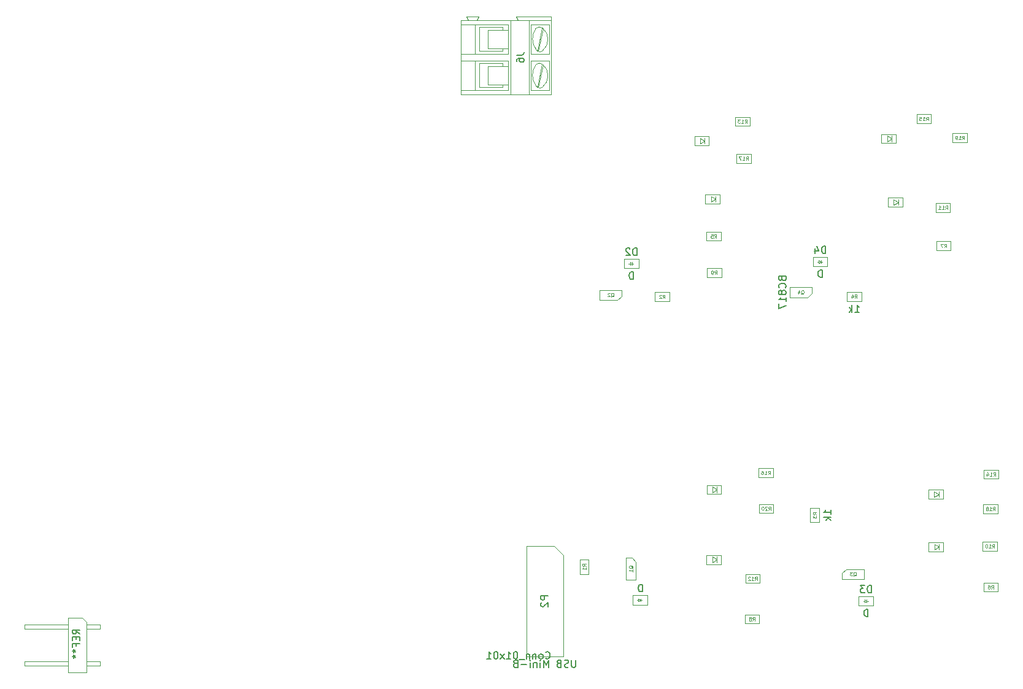
<source format=gbr>
G04 #@! TF.FileFunction,Other,Fab,Bot*
%FSLAX46Y46*%
G04 Gerber Fmt 4.6, Leading zero omitted, Abs format (unit mm)*
G04 Created by KiCad (PCBNEW 4.0.7-e2-6376~58~ubuntu16.04.1) date Wed Jul 25 13:51:57 2018*
%MOMM*%
%LPD*%
G01*
G04 APERTURE LIST*
%ADD10C,0.100000*%
%ADD11C,0.150000*%
%ADD12C,0.075000*%
G04 APERTURE END LIST*
D10*
X119625000Y-123290000D02*
X117720000Y-123290000D01*
X117720000Y-123290000D02*
X117720000Y-130790000D01*
X117720000Y-130833800D02*
X120260000Y-130833800D01*
X120260000Y-130790000D02*
X120260000Y-123925000D01*
X120260000Y-123925000D02*
X119625000Y-123290000D01*
X122080000Y-124240000D02*
X120260000Y-124240000D01*
X122080000Y-124240000D02*
X122080000Y-124880000D01*
X122080000Y-124880000D02*
X120260000Y-124880000D01*
X117720000Y-124240000D02*
X111720000Y-124240000D01*
X111720000Y-124240000D02*
X111720000Y-124880000D01*
X117720000Y-124880000D02*
X111720000Y-124880000D01*
X122080000Y-129320000D02*
X120260000Y-129320000D01*
X122080000Y-129320000D02*
X122080000Y-129960000D01*
X122080000Y-129960000D02*
X120260000Y-129960000D01*
X117720000Y-129320000D02*
X111720000Y-129320000D01*
X111720000Y-129320000D02*
X111720000Y-129960000D01*
X117720000Y-129960000D02*
X111720000Y-129960000D01*
X184740000Y-113400000D02*
X180930000Y-113400000D01*
X180930000Y-113400000D02*
X180930000Y-128640000D01*
X180930000Y-128640000D02*
X186010000Y-128640000D01*
X186010000Y-128640000D02*
X186010000Y-114670000D01*
X186010000Y-114670000D02*
X184740000Y-113400000D01*
X175600200Y-49749500D02*
X175600200Y-47209500D01*
X175600200Y-47209500D02*
X178390200Y-47209500D01*
X178390200Y-49749500D02*
X178390200Y-47209500D01*
X175600200Y-49749500D02*
X178390200Y-49749500D01*
X175600200Y-44749500D02*
X175600200Y-42209500D01*
X175600200Y-42209500D02*
X178390200Y-42209500D01*
X178390200Y-44749500D02*
X178390200Y-42209500D01*
X175600200Y-44749500D02*
X178390200Y-44749500D01*
X184360200Y-40879500D02*
X181310200Y-40879500D01*
X184360200Y-40879500D02*
X184360200Y-51069500D01*
X184360200Y-40879500D02*
X184360200Y-40379500D01*
X184360200Y-40379500D02*
X179540200Y-40379500D01*
X179540200Y-40379500D02*
X179790200Y-40879500D01*
X172680200Y-40379500D02*
X172930200Y-40879500D01*
X172930200Y-40879500D02*
X171920200Y-40879500D01*
X174330200Y-40379500D02*
X174080200Y-40879500D01*
X174080200Y-40879500D02*
X172930200Y-40879500D01*
X174330200Y-40379500D02*
X172680200Y-40379500D01*
X171920200Y-45509500D02*
X173820200Y-45509500D01*
X178390200Y-41439500D02*
X173820200Y-41439500D01*
X171920200Y-45509500D02*
X171920200Y-41439500D01*
X171920200Y-41439500D02*
X171920200Y-40879500D01*
X171920200Y-46449500D02*
X173820200Y-46449500D01*
X171920200Y-46449500D02*
X171920200Y-45509500D01*
X178390200Y-50509500D02*
X173820200Y-50509500D01*
X171920200Y-51069500D02*
X171920200Y-50509500D01*
X171920200Y-50509500D02*
X171920200Y-46449500D01*
X173820200Y-45509500D02*
X173820200Y-41439500D01*
X173820200Y-45509500D02*
X178390200Y-45509500D01*
X173820200Y-41439500D02*
X171920200Y-41439500D01*
X173820200Y-46449500D02*
X173820200Y-50509500D01*
X173820200Y-46449500D02*
X178390200Y-46449500D01*
X173820200Y-50509500D02*
X171920200Y-50509500D01*
X174460200Y-41819500D02*
X177630200Y-41819500D01*
X174460200Y-41819500D02*
X174460200Y-45129500D01*
X174460200Y-45129500D02*
X177630200Y-45129500D01*
X174460200Y-46829500D02*
X177630200Y-46829500D01*
X174460200Y-46829500D02*
X174460200Y-50129500D01*
X174460200Y-50129500D02*
X177630200Y-50129500D01*
X177630200Y-50129500D02*
X177630200Y-49749500D01*
X177630200Y-46829500D02*
X177630200Y-47209500D01*
X177630200Y-45129500D02*
X177630200Y-44749500D01*
X177630200Y-41819500D02*
X177630200Y-42209500D01*
X171920200Y-51069500D02*
X178780200Y-51069500D01*
X178780200Y-51069500D02*
X181310200Y-51069500D01*
X179790200Y-40879500D02*
X178780200Y-40879500D01*
X178780200Y-40879500D02*
X174080200Y-40879500D01*
X181310200Y-51069500D02*
X181310200Y-40879500D01*
X181310200Y-51069500D02*
X184360200Y-51069500D01*
X181310200Y-40879500D02*
X179790200Y-40879500D01*
X181570200Y-45509500D02*
X184110200Y-45509500D01*
X184110200Y-45509500D02*
X184110200Y-41439500D01*
X184110200Y-41439500D02*
X181570200Y-41439500D01*
X181570200Y-41439500D02*
X181570200Y-45509500D01*
X181570200Y-46449500D02*
X184110200Y-46449500D01*
X181570200Y-46449500D02*
X181570200Y-50509500D01*
X181570200Y-50509500D02*
X184110200Y-50509500D01*
X184110200Y-46449500D02*
X184110200Y-50509500D01*
X182590200Y-45099500D02*
X183220200Y-42049500D01*
X182460200Y-44969500D02*
X183090200Y-41929500D01*
X182590200Y-50109500D02*
X183220200Y-47049500D01*
X182460200Y-49979500D02*
X183090200Y-46929500D01*
X178390200Y-50509500D02*
X178390200Y-50129500D01*
X178390200Y-46449500D02*
X178390200Y-46829500D01*
X178390200Y-46829500D02*
X178390200Y-50129500D01*
X178780200Y-51069500D02*
X178780200Y-50129500D01*
X178780200Y-50129500D02*
X178780200Y-46829500D01*
X178780200Y-46829500D02*
X178780200Y-45129500D01*
X178780200Y-40879500D02*
X178780200Y-41819500D01*
X178780200Y-41819500D02*
X178780200Y-45129500D01*
X178390200Y-41439500D02*
X178390200Y-41819500D01*
X178390200Y-45509500D02*
X178390200Y-45129500D01*
X178390200Y-45129500D02*
X178390200Y-41819500D01*
X182216205Y-42003968D02*
G75*
G02X183190200Y-41949500I513995J-455532D01*
G01*
X182308463Y-44941833D02*
G75*
G02X182260200Y-41959500I1901737J1522333D01*
G01*
X183201887Y-41951261D02*
G75*
G02X183140200Y-45099500I-1351687J-1548239D01*
G01*
X183198899Y-45052472D02*
G75*
G02X182270200Y-44909500I-408699J432972D01*
G01*
X182226204Y-47003880D02*
G75*
G02X183190200Y-46959500I503996J-455620D01*
G01*
X182298782Y-49949329D02*
G75*
G02X182260200Y-46959500I1911418J1519829D01*
G01*
X183211734Y-46949524D02*
G75*
G02X183140200Y-50109500I-1361534J-1549976D01*
G01*
X183198899Y-50052472D02*
G75*
G02X182270200Y-49909500I-408699J432972D01*
G01*
X196053780Y-115588640D02*
X196053780Y-118038640D01*
X195503780Y-115018640D02*
X194653780Y-115018640D01*
X196053780Y-115588640D02*
X195503780Y-115018640D01*
X194653780Y-115018640D02*
X194653780Y-118058640D01*
X196053780Y-118058640D02*
X194653780Y-118058640D01*
X225050000Y-116600000D02*
X227500000Y-116600000D01*
X224480000Y-117150000D02*
X224480000Y-118000000D01*
X225050000Y-116600000D02*
X224480000Y-117150000D01*
X224480000Y-118000000D02*
X227520000Y-118000000D01*
X227520000Y-116600000D02*
X227520000Y-118000000D01*
X193507240Y-79473920D02*
X191057240Y-79473920D01*
X194077240Y-78923920D02*
X194077240Y-78073920D01*
X193507240Y-79473920D02*
X194077240Y-78923920D01*
X194077240Y-78073920D02*
X191037240Y-78073920D01*
X191037240Y-79473920D02*
X191037240Y-78073920D01*
X219737820Y-79090380D02*
X217287820Y-79090380D01*
X220307820Y-78540380D02*
X220307820Y-77690380D01*
X219737820Y-79090380D02*
X220307820Y-78540380D01*
X220307820Y-77690380D02*
X217267820Y-77690380D01*
X217267820Y-79090380D02*
X217267820Y-77690380D01*
X196393300Y-120869340D02*
X196193300Y-120869340D01*
X196693300Y-120869340D02*
X196893300Y-120869340D01*
X196693300Y-120669340D02*
X196693300Y-121069340D01*
X196393300Y-121069340D02*
X196393300Y-120669340D01*
X196693300Y-120869340D02*
X196393300Y-121069340D01*
X196393300Y-120669340D02*
X196693300Y-120869340D01*
X197593300Y-121519340D02*
X197593300Y-120219340D01*
X195593300Y-121519340D02*
X197593300Y-121519340D01*
X195593300Y-120219340D02*
X195593300Y-121519340D01*
X197593300Y-120219340D02*
X195593300Y-120219340D01*
X195222360Y-74453380D02*
X195022360Y-74453380D01*
X195522360Y-74453380D02*
X195722360Y-74453380D01*
X195522360Y-74253380D02*
X195522360Y-74653380D01*
X195222360Y-74653380D02*
X195222360Y-74253380D01*
X195522360Y-74453380D02*
X195222360Y-74653380D01*
X195222360Y-74253380D02*
X195522360Y-74453380D01*
X196422360Y-75103380D02*
X196422360Y-73803380D01*
X194422360Y-75103380D02*
X196422360Y-75103380D01*
X194422360Y-73803380D02*
X194422360Y-75103380D01*
X196422360Y-73803380D02*
X194422360Y-73803380D01*
X227597200Y-121009040D02*
X227397200Y-121009040D01*
X227897200Y-121009040D02*
X228097200Y-121009040D01*
X227897200Y-120809040D02*
X227897200Y-121209040D01*
X227597200Y-121209040D02*
X227597200Y-120809040D01*
X227897200Y-121009040D02*
X227597200Y-121209040D01*
X227597200Y-120809040D02*
X227897200Y-121009040D01*
X228797200Y-121659040D02*
X228797200Y-120359040D01*
X226797200Y-121659040D02*
X228797200Y-121659040D01*
X226797200Y-120359040D02*
X226797200Y-121659040D01*
X228797200Y-120359040D02*
X226797200Y-120359040D01*
X221272600Y-74189220D02*
X221072600Y-74189220D01*
X221572600Y-74189220D02*
X221772600Y-74189220D01*
X221572600Y-73989220D02*
X221572600Y-74389220D01*
X221272600Y-74389220D02*
X221272600Y-73989220D01*
X221572600Y-74189220D02*
X221272600Y-74389220D01*
X221272600Y-73989220D02*
X221572600Y-74189220D01*
X222472600Y-74839220D02*
X222472600Y-73539220D01*
X220472600Y-74839220D02*
X222472600Y-74839220D01*
X220472600Y-73539220D02*
X220472600Y-74839220D01*
X222472600Y-73539220D02*
X220472600Y-73539220D01*
X207200000Y-114900000D02*
X207200000Y-115700000D01*
X207200000Y-115300000D02*
X206600000Y-114900000D01*
X206600000Y-115700000D02*
X207200000Y-115300000D01*
X206600000Y-114900000D02*
X206600000Y-115700000D01*
X207800000Y-115920000D02*
X207800000Y-114680000D01*
X205800000Y-115920000D02*
X207800000Y-115920000D01*
X205800000Y-114680000D02*
X205800000Y-115920000D01*
X207800000Y-114680000D02*
X205800000Y-114680000D01*
X207018680Y-65135440D02*
X207018680Y-65935440D01*
X207018680Y-65535440D02*
X206418680Y-65135440D01*
X206418680Y-65935440D02*
X207018680Y-65535440D01*
X206418680Y-65135440D02*
X206418680Y-65935440D01*
X207618680Y-66155440D02*
X207618680Y-64915440D01*
X205618680Y-66155440D02*
X207618680Y-66155440D01*
X205618680Y-64915440D02*
X205618680Y-66155440D01*
X207618680Y-64915440D02*
X205618680Y-64915440D01*
X237851740Y-113138900D02*
X237851740Y-113938900D01*
X237851740Y-113538900D02*
X237251740Y-113138900D01*
X237251740Y-113938900D02*
X237851740Y-113538900D01*
X237251740Y-113138900D02*
X237251740Y-113938900D01*
X238451740Y-114158900D02*
X238451740Y-112918900D01*
X236451740Y-114158900D02*
X238451740Y-114158900D01*
X236451740Y-112918900D02*
X236451740Y-114158900D01*
X238451740Y-112918900D02*
X236451740Y-112918900D01*
X232220560Y-65582480D02*
X232220560Y-66382480D01*
X232220560Y-65982480D02*
X231620560Y-65582480D01*
X231620560Y-66382480D02*
X232220560Y-65982480D01*
X231620560Y-65582480D02*
X231620560Y-66382480D01*
X232820560Y-66602480D02*
X232820560Y-65362480D01*
X230820560Y-66602480D02*
X232820560Y-66602480D01*
X230820560Y-65362480D02*
X230820560Y-66602480D01*
X232820560Y-65362480D02*
X230820560Y-65362480D01*
X207229500Y-105224260D02*
X207229500Y-106024260D01*
X207229500Y-105624260D02*
X206629500Y-105224260D01*
X206629500Y-106024260D02*
X207229500Y-105624260D01*
X206629500Y-105224260D02*
X206629500Y-106024260D01*
X207829500Y-106244260D02*
X207829500Y-105004260D01*
X205829500Y-106244260D02*
X207829500Y-106244260D01*
X205829500Y-105004260D02*
X205829500Y-106244260D01*
X207829500Y-105004260D02*
X205829500Y-105004260D01*
X205515000Y-57119200D02*
X205515000Y-57919200D01*
X205515000Y-57519200D02*
X204915000Y-57119200D01*
X204915000Y-57919200D02*
X205515000Y-57519200D01*
X204915000Y-57119200D02*
X204915000Y-57919200D01*
X206115000Y-58139200D02*
X206115000Y-56899200D01*
X204115000Y-58139200D02*
X206115000Y-58139200D01*
X204115000Y-56899200D02*
X204115000Y-58139200D01*
X206115000Y-56899200D02*
X204115000Y-56899200D01*
X237811100Y-105869420D02*
X237811100Y-106669420D01*
X237811100Y-106269420D02*
X237211100Y-105869420D01*
X237211100Y-106669420D02*
X237811100Y-106269420D01*
X237211100Y-105869420D02*
X237211100Y-106669420D01*
X238411100Y-106889420D02*
X238411100Y-105649420D01*
X236411100Y-106889420D02*
X238411100Y-106889420D01*
X236411100Y-105649420D02*
X236411100Y-106889420D01*
X238411100Y-105649420D02*
X236411100Y-105649420D01*
X231326480Y-56809320D02*
X231326480Y-57609320D01*
X231326480Y-57209320D02*
X230726480Y-56809320D01*
X230726480Y-57609320D02*
X231326480Y-57209320D01*
X230726480Y-56809320D02*
X230726480Y-57609320D01*
X231926480Y-57829320D02*
X231926480Y-56589320D01*
X229926480Y-57829320D02*
X231926480Y-57829320D01*
X229926480Y-56589320D02*
X229926480Y-57829320D01*
X231926480Y-56589320D02*
X229926480Y-56589320D01*
X207786320Y-71296400D02*
X207786320Y-70056400D01*
X205786320Y-71296400D02*
X207786320Y-71296400D01*
X205786320Y-70056400D02*
X205786320Y-71296400D01*
X207786320Y-70056400D02*
X205786320Y-70056400D01*
X243893940Y-112824920D02*
X243893940Y-114064920D01*
X245893940Y-112824920D02*
X243893940Y-112824920D01*
X245893940Y-114064920D02*
X245893940Y-112824920D01*
X243893940Y-114064920D02*
X245893940Y-114064920D01*
X211150800Y-117302940D02*
X211150800Y-118542940D01*
X213150800Y-117302940D02*
X211150800Y-117302940D01*
X213150800Y-118542940D02*
X213150800Y-117302940D01*
X211150800Y-118542940D02*
X213150800Y-118542940D01*
X237414400Y-66119400D02*
X237414400Y-67359400D01*
X239414400Y-66119400D02*
X237414400Y-66119400D01*
X239414400Y-67359400D02*
X239414400Y-66119400D01*
X237414400Y-67359400D02*
X239414400Y-67359400D01*
X207842200Y-76325600D02*
X207842200Y-75085600D01*
X205842200Y-76325600D02*
X207842200Y-76325600D01*
X205842200Y-75085600D02*
X205842200Y-76325600D01*
X207842200Y-75085600D02*
X205842200Y-75085600D01*
X244003160Y-118466260D02*
X244003160Y-119706260D01*
X246003160Y-118466260D02*
X244003160Y-118466260D01*
X246003160Y-119706260D02*
X246003160Y-118466260D01*
X244003160Y-119706260D02*
X246003160Y-119706260D01*
X211066980Y-122890940D02*
X211066980Y-124130940D01*
X213066980Y-122890940D02*
X211066980Y-122890940D01*
X213066980Y-124130940D02*
X213066980Y-122890940D01*
X211066980Y-124130940D02*
X213066980Y-124130940D01*
X237490600Y-71377200D02*
X237490600Y-72617200D01*
X239490600Y-71377200D02*
X237490600Y-71377200D01*
X239490600Y-72617200D02*
X239490600Y-71377200D01*
X237490600Y-72617200D02*
X239490600Y-72617200D01*
X209900000Y-59330000D02*
X209900000Y-60570000D01*
X211900000Y-59330000D02*
X209900000Y-59330000D01*
X211900000Y-60570000D02*
X211900000Y-59330000D01*
X209900000Y-60570000D02*
X211900000Y-60570000D01*
X244041260Y-102883360D02*
X244041260Y-104123360D01*
X246041260Y-102883360D02*
X244041260Y-102883360D01*
X246041260Y-104123360D02*
X246041260Y-102883360D01*
X244041260Y-104123360D02*
X246041260Y-104123360D01*
X239750000Y-56480000D02*
X239750000Y-57720000D01*
X241750000Y-56480000D02*
X239750000Y-56480000D01*
X241750000Y-57720000D02*
X241750000Y-56480000D01*
X239750000Y-57720000D02*
X241750000Y-57720000D01*
X209750000Y-54205000D02*
X209750000Y-55445000D01*
X211750000Y-54205000D02*
X209750000Y-54205000D01*
X211750000Y-55445000D02*
X211750000Y-54205000D01*
X209750000Y-55445000D02*
X211750000Y-55445000D01*
X243965060Y-107683960D02*
X243965060Y-108923960D01*
X245965060Y-107683960D02*
X243965060Y-107683960D01*
X245965060Y-108923960D02*
X245965060Y-107683960D01*
X243965060Y-108923960D02*
X245965060Y-108923960D01*
X213025000Y-107630000D02*
X213025000Y-108870000D01*
X215025000Y-107630000D02*
X213025000Y-107630000D01*
X215025000Y-108870000D02*
X215025000Y-107630000D01*
X213025000Y-108870000D02*
X215025000Y-108870000D01*
X236775000Y-55095000D02*
X236775000Y-53855000D01*
X234775000Y-55095000D02*
X236775000Y-55095000D01*
X234775000Y-53855000D02*
X234775000Y-55095000D01*
X236775000Y-53855000D02*
X234775000Y-53855000D01*
X189524720Y-115274480D02*
X188284720Y-115274480D01*
X189524720Y-117274480D02*
X189524720Y-115274480D01*
X188284720Y-117274480D02*
X189524720Y-117274480D01*
X188284720Y-115274480D02*
X188284720Y-117274480D01*
X221348380Y-108149780D02*
X220108380Y-108149780D01*
X221348380Y-110149780D02*
X221348380Y-108149780D01*
X220108380Y-110149780D02*
X221348380Y-110149780D01*
X220108380Y-108149780D02*
X220108380Y-110149780D01*
X200661620Y-79650460D02*
X200661620Y-78410460D01*
X198661620Y-79650460D02*
X200661620Y-79650460D01*
X198661620Y-78410460D02*
X198661620Y-79650460D01*
X200661620Y-78410460D02*
X198661620Y-78410460D01*
X227146200Y-79602200D02*
X227146200Y-78362200D01*
X225146200Y-79602200D02*
X227146200Y-79602200D01*
X225146200Y-78362200D02*
X225146200Y-79602200D01*
X227146200Y-78362200D02*
X225146200Y-78362200D01*
X212954200Y-102705560D02*
X212954200Y-103945560D01*
X214954200Y-102705560D02*
X212954200Y-102705560D01*
X214954200Y-103945560D02*
X214954200Y-102705560D01*
X212954200Y-103945560D02*
X214954200Y-103945560D01*
D11*
X119316781Y-125563467D02*
X118840590Y-125230133D01*
X119316781Y-124992038D02*
X118316781Y-124992038D01*
X118316781Y-125372991D01*
X118364400Y-125468229D01*
X118412019Y-125515848D01*
X118507257Y-125563467D01*
X118650114Y-125563467D01*
X118745352Y-125515848D01*
X118792971Y-125468229D01*
X118840590Y-125372991D01*
X118840590Y-124992038D01*
X118792971Y-125992038D02*
X118792971Y-126325372D01*
X119316781Y-126468229D02*
X119316781Y-125992038D01*
X118316781Y-125992038D01*
X118316781Y-126468229D01*
X118792971Y-127230134D02*
X118792971Y-126896800D01*
X119316781Y-126896800D02*
X118316781Y-126896800D01*
X118316781Y-127372991D01*
X118316781Y-127896800D02*
X118554876Y-127896800D01*
X118459638Y-127658705D02*
X118554876Y-127896800D01*
X118459638Y-128134896D01*
X118745352Y-127753943D02*
X118554876Y-127896800D01*
X118745352Y-128039658D01*
X118316781Y-128658705D02*
X118554876Y-128658705D01*
X118459638Y-128420610D02*
X118554876Y-128658705D01*
X118459638Y-128896801D01*
X118745352Y-128515848D02*
X118554876Y-128658705D01*
X118745352Y-128801563D01*
X183578095Y-128907143D02*
X183625714Y-128954762D01*
X183768571Y-129002381D01*
X183863809Y-129002381D01*
X184006667Y-128954762D01*
X184101905Y-128859524D01*
X184149524Y-128764286D01*
X184197143Y-128573810D01*
X184197143Y-128430952D01*
X184149524Y-128240476D01*
X184101905Y-128145238D01*
X184006667Y-128050000D01*
X183863809Y-128002381D01*
X183768571Y-128002381D01*
X183625714Y-128050000D01*
X183578095Y-128097619D01*
X183006667Y-129002381D02*
X183101905Y-128954762D01*
X183149524Y-128907143D01*
X183197143Y-128811905D01*
X183197143Y-128526190D01*
X183149524Y-128430952D01*
X183101905Y-128383333D01*
X183006667Y-128335714D01*
X182863809Y-128335714D01*
X182768571Y-128383333D01*
X182720952Y-128430952D01*
X182673333Y-128526190D01*
X182673333Y-128811905D01*
X182720952Y-128907143D01*
X182768571Y-128954762D01*
X182863809Y-129002381D01*
X183006667Y-129002381D01*
X182244762Y-128335714D02*
X182244762Y-129002381D01*
X182244762Y-128430952D02*
X182197143Y-128383333D01*
X182101905Y-128335714D01*
X181959047Y-128335714D01*
X181863809Y-128383333D01*
X181816190Y-128478571D01*
X181816190Y-129002381D01*
X181340000Y-128335714D02*
X181340000Y-129002381D01*
X181340000Y-128430952D02*
X181292381Y-128383333D01*
X181197143Y-128335714D01*
X181054285Y-128335714D01*
X180959047Y-128383333D01*
X180911428Y-128478571D01*
X180911428Y-129002381D01*
X180673333Y-129097619D02*
X179911428Y-129097619D01*
X179482857Y-128002381D02*
X179387618Y-128002381D01*
X179292380Y-128050000D01*
X179244761Y-128097619D01*
X179197142Y-128192857D01*
X179149523Y-128383333D01*
X179149523Y-128621429D01*
X179197142Y-128811905D01*
X179244761Y-128907143D01*
X179292380Y-128954762D01*
X179387618Y-129002381D01*
X179482857Y-129002381D01*
X179578095Y-128954762D01*
X179625714Y-128907143D01*
X179673333Y-128811905D01*
X179720952Y-128621429D01*
X179720952Y-128383333D01*
X179673333Y-128192857D01*
X179625714Y-128097619D01*
X179578095Y-128050000D01*
X179482857Y-128002381D01*
X178197142Y-129002381D02*
X178768571Y-129002381D01*
X178482857Y-129002381D02*
X178482857Y-128002381D01*
X178578095Y-128145238D01*
X178673333Y-128240476D01*
X178768571Y-128288095D01*
X177863809Y-129002381D02*
X177339999Y-128335714D01*
X177863809Y-128335714D02*
X177339999Y-129002381D01*
X176768571Y-128002381D02*
X176673332Y-128002381D01*
X176578094Y-128050000D01*
X176530475Y-128097619D01*
X176482856Y-128192857D01*
X176435237Y-128383333D01*
X176435237Y-128621429D01*
X176482856Y-128811905D01*
X176530475Y-128907143D01*
X176578094Y-128954762D01*
X176673332Y-129002381D01*
X176768571Y-129002381D01*
X176863809Y-128954762D01*
X176911428Y-128907143D01*
X176959047Y-128811905D01*
X177006666Y-128621429D01*
X177006666Y-128383333D01*
X176959047Y-128192857D01*
X176911428Y-128097619D01*
X176863809Y-128050000D01*
X176768571Y-128002381D01*
X175482856Y-129002381D02*
X176054285Y-129002381D01*
X175768571Y-129002381D02*
X175768571Y-128002381D01*
X175863809Y-128145238D01*
X175959047Y-128240476D01*
X176054285Y-128288095D01*
X187731904Y-129152381D02*
X187731904Y-129961905D01*
X187684285Y-130057143D01*
X187636666Y-130104762D01*
X187541428Y-130152381D01*
X187350951Y-130152381D01*
X187255713Y-130104762D01*
X187208094Y-130057143D01*
X187160475Y-129961905D01*
X187160475Y-129152381D01*
X186731904Y-130104762D02*
X186589047Y-130152381D01*
X186350951Y-130152381D01*
X186255713Y-130104762D01*
X186208094Y-130057143D01*
X186160475Y-129961905D01*
X186160475Y-129866667D01*
X186208094Y-129771429D01*
X186255713Y-129723810D01*
X186350951Y-129676190D01*
X186541428Y-129628571D01*
X186636666Y-129580952D01*
X186684285Y-129533333D01*
X186731904Y-129438095D01*
X186731904Y-129342857D01*
X186684285Y-129247619D01*
X186636666Y-129200000D01*
X186541428Y-129152381D01*
X186303332Y-129152381D01*
X186160475Y-129200000D01*
X185398570Y-129628571D02*
X185255713Y-129676190D01*
X185208094Y-129723810D01*
X185160475Y-129819048D01*
X185160475Y-129961905D01*
X185208094Y-130057143D01*
X185255713Y-130104762D01*
X185350951Y-130152381D01*
X185731904Y-130152381D01*
X185731904Y-129152381D01*
X185398570Y-129152381D01*
X185303332Y-129200000D01*
X185255713Y-129247619D01*
X185208094Y-129342857D01*
X185208094Y-129438095D01*
X185255713Y-129533333D01*
X185303332Y-129580952D01*
X185398570Y-129628571D01*
X185731904Y-129628571D01*
X183969999Y-130152381D02*
X183969999Y-129152381D01*
X183636665Y-129866667D01*
X183303332Y-129152381D01*
X183303332Y-130152381D01*
X182827142Y-130152381D02*
X182827142Y-129485714D01*
X182827142Y-129152381D02*
X182874761Y-129200000D01*
X182827142Y-129247619D01*
X182779523Y-129200000D01*
X182827142Y-129152381D01*
X182827142Y-129247619D01*
X182350952Y-129485714D02*
X182350952Y-130152381D01*
X182350952Y-129580952D02*
X182303333Y-129533333D01*
X182208095Y-129485714D01*
X182065237Y-129485714D01*
X181969999Y-129533333D01*
X181922380Y-129628571D01*
X181922380Y-130152381D01*
X181446190Y-130152381D02*
X181446190Y-129485714D01*
X181446190Y-129152381D02*
X181493809Y-129200000D01*
X181446190Y-129247619D01*
X181398571Y-129200000D01*
X181446190Y-129152381D01*
X181446190Y-129247619D01*
X180970000Y-129771429D02*
X180208095Y-129771429D01*
X179398571Y-129628571D02*
X179255714Y-129676190D01*
X179208095Y-129723810D01*
X179160476Y-129819048D01*
X179160476Y-129961905D01*
X179208095Y-130057143D01*
X179255714Y-130104762D01*
X179350952Y-130152381D01*
X179731905Y-130152381D01*
X179731905Y-129152381D01*
X179398571Y-129152381D01*
X179303333Y-129200000D01*
X179255714Y-129247619D01*
X179208095Y-129342857D01*
X179208095Y-129438095D01*
X179255714Y-129533333D01*
X179303333Y-129580952D01*
X179398571Y-129628571D01*
X179731905Y-129628571D01*
X183922381Y-120281905D02*
X182922381Y-120281905D01*
X182922381Y-120662858D01*
X182970000Y-120758096D01*
X183017619Y-120805715D01*
X183112857Y-120853334D01*
X183255714Y-120853334D01*
X183350952Y-120805715D01*
X183398571Y-120758096D01*
X183446190Y-120662858D01*
X183446190Y-120281905D01*
X183017619Y-121234286D02*
X182970000Y-121281905D01*
X182922381Y-121377143D01*
X182922381Y-121615239D01*
X182970000Y-121710477D01*
X183017619Y-121758096D01*
X183112857Y-121805715D01*
X183208095Y-121805715D01*
X183350952Y-121758096D01*
X183922381Y-121186667D01*
X183922381Y-121805715D01*
X179592581Y-45656167D02*
X180306867Y-45656167D01*
X180449724Y-45608547D01*
X180544962Y-45513309D01*
X180592581Y-45370452D01*
X180592581Y-45275214D01*
X179592581Y-46560929D02*
X179592581Y-46370452D01*
X179640200Y-46275214D01*
X179687819Y-46227595D01*
X179830676Y-46132357D01*
X180021152Y-46084738D01*
X180402105Y-46084738D01*
X180497343Y-46132357D01*
X180544962Y-46179976D01*
X180592581Y-46275214D01*
X180592581Y-46465691D01*
X180544962Y-46560929D01*
X180497343Y-46608548D01*
X180402105Y-46656167D01*
X180164010Y-46656167D01*
X180068771Y-46608548D01*
X180021152Y-46560929D01*
X179973533Y-46465691D01*
X179973533Y-46275214D01*
X180021152Y-46179976D01*
X180068771Y-46132357D01*
X180164010Y-46084738D01*
D12*
X195627590Y-116491021D02*
X195603780Y-116443402D01*
X195556161Y-116395783D01*
X195484732Y-116324354D01*
X195460923Y-116276735D01*
X195460923Y-116229116D01*
X195579970Y-116252926D02*
X195556161Y-116205307D01*
X195508542Y-116157688D01*
X195413304Y-116133878D01*
X195246637Y-116133878D01*
X195151399Y-116157688D01*
X195103780Y-116205307D01*
X195079970Y-116252926D01*
X195079970Y-116348164D01*
X195103780Y-116395783D01*
X195151399Y-116443402D01*
X195246637Y-116467211D01*
X195413304Y-116467211D01*
X195508542Y-116443402D01*
X195556161Y-116395783D01*
X195579970Y-116348164D01*
X195579970Y-116252926D01*
X195579970Y-116943402D02*
X195579970Y-116657688D01*
X195579970Y-116800545D02*
X195079970Y-116800545D01*
X195151399Y-116752926D01*
X195199018Y-116705307D01*
X195222828Y-116657688D01*
X226047619Y-117573810D02*
X226095238Y-117550000D01*
X226142857Y-117502381D01*
X226214286Y-117430952D01*
X226261905Y-117407143D01*
X226309524Y-117407143D01*
X226285714Y-117526190D02*
X226333333Y-117502381D01*
X226380952Y-117454762D01*
X226404762Y-117359524D01*
X226404762Y-117192857D01*
X226380952Y-117097619D01*
X226333333Y-117050000D01*
X226285714Y-117026190D01*
X226190476Y-117026190D01*
X226142857Y-117050000D01*
X226095238Y-117097619D01*
X226071429Y-117192857D01*
X226071429Y-117359524D01*
X226095238Y-117454762D01*
X226142857Y-117502381D01*
X226190476Y-117526190D01*
X226285714Y-117526190D01*
X225904761Y-117026190D02*
X225595238Y-117026190D01*
X225761904Y-117216667D01*
X225690476Y-117216667D01*
X225642857Y-117240476D01*
X225619047Y-117264286D01*
X225595238Y-117311905D01*
X225595238Y-117430952D01*
X225619047Y-117478571D01*
X225642857Y-117502381D01*
X225690476Y-117526190D01*
X225833333Y-117526190D01*
X225880952Y-117502381D01*
X225904761Y-117478571D01*
X192604859Y-79047730D02*
X192652478Y-79023920D01*
X192700097Y-78976301D01*
X192771526Y-78904872D01*
X192819145Y-78881063D01*
X192866764Y-78881063D01*
X192842954Y-79000110D02*
X192890573Y-78976301D01*
X192938192Y-78928682D01*
X192962002Y-78833444D01*
X192962002Y-78666777D01*
X192938192Y-78571539D01*
X192890573Y-78523920D01*
X192842954Y-78500110D01*
X192747716Y-78500110D01*
X192700097Y-78523920D01*
X192652478Y-78571539D01*
X192628669Y-78666777D01*
X192628669Y-78833444D01*
X192652478Y-78928682D01*
X192700097Y-78976301D01*
X192747716Y-79000110D01*
X192842954Y-79000110D01*
X192438192Y-78547730D02*
X192414382Y-78523920D01*
X192366763Y-78500110D01*
X192247716Y-78500110D01*
X192200097Y-78523920D01*
X192176287Y-78547730D01*
X192152478Y-78595349D01*
X192152478Y-78642968D01*
X192176287Y-78714396D01*
X192462001Y-79000110D01*
X192152478Y-79000110D01*
D11*
X216216391Y-76533238D02*
X216264010Y-76676095D01*
X216311630Y-76723714D01*
X216406868Y-76771333D01*
X216549725Y-76771333D01*
X216644963Y-76723714D01*
X216692582Y-76676095D01*
X216740201Y-76580857D01*
X216740201Y-76199904D01*
X215740201Y-76199904D01*
X215740201Y-76533238D01*
X215787820Y-76628476D01*
X215835439Y-76676095D01*
X215930677Y-76723714D01*
X216025915Y-76723714D01*
X216121153Y-76676095D01*
X216168772Y-76628476D01*
X216216391Y-76533238D01*
X216216391Y-76199904D01*
X216644963Y-77771333D02*
X216692582Y-77723714D01*
X216740201Y-77580857D01*
X216740201Y-77485619D01*
X216692582Y-77342761D01*
X216597344Y-77247523D01*
X216502106Y-77199904D01*
X216311630Y-77152285D01*
X216168772Y-77152285D01*
X215978296Y-77199904D01*
X215883058Y-77247523D01*
X215787820Y-77342761D01*
X215740201Y-77485619D01*
X215740201Y-77580857D01*
X215787820Y-77723714D01*
X215835439Y-77771333D01*
X216168772Y-78342761D02*
X216121153Y-78247523D01*
X216073534Y-78199904D01*
X215978296Y-78152285D01*
X215930677Y-78152285D01*
X215835439Y-78199904D01*
X215787820Y-78247523D01*
X215740201Y-78342761D01*
X215740201Y-78533238D01*
X215787820Y-78628476D01*
X215835439Y-78676095D01*
X215930677Y-78723714D01*
X215978296Y-78723714D01*
X216073534Y-78676095D01*
X216121153Y-78628476D01*
X216168772Y-78533238D01*
X216168772Y-78342761D01*
X216216391Y-78247523D01*
X216264010Y-78199904D01*
X216359249Y-78152285D01*
X216549725Y-78152285D01*
X216644963Y-78199904D01*
X216692582Y-78247523D01*
X216740201Y-78342761D01*
X216740201Y-78533238D01*
X216692582Y-78628476D01*
X216644963Y-78676095D01*
X216549725Y-78723714D01*
X216359249Y-78723714D01*
X216264010Y-78676095D01*
X216216391Y-78628476D01*
X216168772Y-78533238D01*
X216740201Y-79676095D02*
X216740201Y-79104666D01*
X216740201Y-79390380D02*
X215740201Y-79390380D01*
X215883058Y-79295142D01*
X215978296Y-79199904D01*
X216025915Y-79104666D01*
X215740201Y-80009428D02*
X215740201Y-80676095D01*
X216740201Y-80247523D01*
D12*
X218835439Y-78664190D02*
X218883058Y-78640380D01*
X218930677Y-78592761D01*
X219002106Y-78521332D01*
X219049725Y-78497523D01*
X219097344Y-78497523D01*
X219073534Y-78616570D02*
X219121153Y-78592761D01*
X219168772Y-78545142D01*
X219192582Y-78449904D01*
X219192582Y-78283237D01*
X219168772Y-78187999D01*
X219121153Y-78140380D01*
X219073534Y-78116570D01*
X218978296Y-78116570D01*
X218930677Y-78140380D01*
X218883058Y-78187999D01*
X218859249Y-78283237D01*
X218859249Y-78449904D01*
X218883058Y-78545142D01*
X218930677Y-78592761D01*
X218978296Y-78616570D01*
X219073534Y-78616570D01*
X218430677Y-78283237D02*
X218430677Y-78616570D01*
X218549724Y-78092761D02*
X218668772Y-78449904D01*
X218359248Y-78449904D01*
D11*
X196931905Y-119722381D02*
X196931905Y-118722381D01*
X196693810Y-118722381D01*
X196550952Y-118770000D01*
X196455714Y-118865238D01*
X196408095Y-118960476D01*
X196360476Y-119150952D01*
X196360476Y-119293810D01*
X196408095Y-119484286D01*
X196455714Y-119579524D01*
X196550952Y-119674762D01*
X196693810Y-119722381D01*
X196931905Y-119722381D01*
X195684265Y-76605761D02*
X195684265Y-75605761D01*
X195446170Y-75605761D01*
X195303312Y-75653380D01*
X195208074Y-75748618D01*
X195160455Y-75843856D01*
X195112836Y-76034332D01*
X195112836Y-76177190D01*
X195160455Y-76367666D01*
X195208074Y-76462904D01*
X195303312Y-76558142D01*
X195446170Y-76605761D01*
X195684265Y-76605761D01*
X196160455Y-73305761D02*
X196160455Y-72305761D01*
X195922360Y-72305761D01*
X195779502Y-72353380D01*
X195684264Y-72448618D01*
X195636645Y-72543856D01*
X195589026Y-72734332D01*
X195589026Y-72877190D01*
X195636645Y-73067666D01*
X195684264Y-73162904D01*
X195779502Y-73258142D01*
X195922360Y-73305761D01*
X196160455Y-73305761D01*
X195208074Y-72400999D02*
X195160455Y-72353380D01*
X195065217Y-72305761D01*
X194827121Y-72305761D01*
X194731883Y-72353380D01*
X194684264Y-72400999D01*
X194636645Y-72496237D01*
X194636645Y-72591475D01*
X194684264Y-72734332D01*
X195255693Y-73305761D01*
X194636645Y-73305761D01*
X228059105Y-123161421D02*
X228059105Y-122161421D01*
X227821010Y-122161421D01*
X227678152Y-122209040D01*
X227582914Y-122304278D01*
X227535295Y-122399516D01*
X227487676Y-122589992D01*
X227487676Y-122732850D01*
X227535295Y-122923326D01*
X227582914Y-123018564D01*
X227678152Y-123113802D01*
X227821010Y-123161421D01*
X228059105Y-123161421D01*
X228535295Y-119861421D02*
X228535295Y-118861421D01*
X228297200Y-118861421D01*
X228154342Y-118909040D01*
X228059104Y-119004278D01*
X228011485Y-119099516D01*
X227963866Y-119289992D01*
X227963866Y-119432850D01*
X228011485Y-119623326D01*
X228059104Y-119718564D01*
X228154342Y-119813802D01*
X228297200Y-119861421D01*
X228535295Y-119861421D01*
X227630533Y-118861421D02*
X227011485Y-118861421D01*
X227344819Y-119242373D01*
X227201961Y-119242373D01*
X227106723Y-119289992D01*
X227059104Y-119337611D01*
X227011485Y-119432850D01*
X227011485Y-119670945D01*
X227059104Y-119766183D01*
X227106723Y-119813802D01*
X227201961Y-119861421D01*
X227487676Y-119861421D01*
X227582914Y-119813802D01*
X227630533Y-119766183D01*
X221734505Y-76341601D02*
X221734505Y-75341601D01*
X221496410Y-75341601D01*
X221353552Y-75389220D01*
X221258314Y-75484458D01*
X221210695Y-75579696D01*
X221163076Y-75770172D01*
X221163076Y-75913030D01*
X221210695Y-76103506D01*
X221258314Y-76198744D01*
X221353552Y-76293982D01*
X221496410Y-76341601D01*
X221734505Y-76341601D01*
X222210695Y-73041601D02*
X222210695Y-72041601D01*
X221972600Y-72041601D01*
X221829742Y-72089220D01*
X221734504Y-72184458D01*
X221686885Y-72279696D01*
X221639266Y-72470172D01*
X221639266Y-72613030D01*
X221686885Y-72803506D01*
X221734504Y-72898744D01*
X221829742Y-72993982D01*
X221972600Y-73041601D01*
X222210695Y-73041601D01*
X220782123Y-72374934D02*
X220782123Y-73041601D01*
X221020219Y-71993982D02*
X221258314Y-72708268D01*
X220639266Y-72708268D01*
D12*
X206869653Y-70902590D02*
X207036320Y-70664495D01*
X207155367Y-70902590D02*
X207155367Y-70402590D01*
X206964891Y-70402590D01*
X206917272Y-70426400D01*
X206893463Y-70450210D01*
X206869653Y-70497829D01*
X206869653Y-70569257D01*
X206893463Y-70616876D01*
X206917272Y-70640686D01*
X206964891Y-70664495D01*
X207155367Y-70664495D01*
X206417272Y-70402590D02*
X206655367Y-70402590D01*
X206679177Y-70640686D01*
X206655367Y-70616876D01*
X206607748Y-70593067D01*
X206488701Y-70593067D01*
X206441082Y-70616876D01*
X206417272Y-70640686D01*
X206393463Y-70688305D01*
X206393463Y-70807352D01*
X206417272Y-70854971D01*
X206441082Y-70878781D01*
X206488701Y-70902590D01*
X206607748Y-70902590D01*
X206655367Y-70878781D01*
X206679177Y-70854971D01*
X245215368Y-113671110D02*
X245382035Y-113433015D01*
X245501082Y-113671110D02*
X245501082Y-113171110D01*
X245310606Y-113171110D01*
X245262987Y-113194920D01*
X245239178Y-113218730D01*
X245215368Y-113266349D01*
X245215368Y-113337777D01*
X245239178Y-113385396D01*
X245262987Y-113409206D01*
X245310606Y-113433015D01*
X245501082Y-113433015D01*
X244739178Y-113671110D02*
X245024892Y-113671110D01*
X244882035Y-113671110D02*
X244882035Y-113171110D01*
X244929654Y-113242539D01*
X244977273Y-113290158D01*
X245024892Y-113313968D01*
X244429654Y-113171110D02*
X244382035Y-113171110D01*
X244334416Y-113194920D01*
X244310607Y-113218730D01*
X244286797Y-113266349D01*
X244262988Y-113361587D01*
X244262988Y-113480634D01*
X244286797Y-113575872D01*
X244310607Y-113623491D01*
X244334416Y-113647301D01*
X244382035Y-113671110D01*
X244429654Y-113671110D01*
X244477273Y-113647301D01*
X244501083Y-113623491D01*
X244524892Y-113575872D01*
X244548702Y-113480634D01*
X244548702Y-113361587D01*
X244524892Y-113266349D01*
X244501083Y-113218730D01*
X244477273Y-113194920D01*
X244429654Y-113171110D01*
X212472228Y-118149130D02*
X212638895Y-117911035D01*
X212757942Y-118149130D02*
X212757942Y-117649130D01*
X212567466Y-117649130D01*
X212519847Y-117672940D01*
X212496038Y-117696750D01*
X212472228Y-117744369D01*
X212472228Y-117815797D01*
X212496038Y-117863416D01*
X212519847Y-117887226D01*
X212567466Y-117911035D01*
X212757942Y-117911035D01*
X211996038Y-118149130D02*
X212281752Y-118149130D01*
X212138895Y-118149130D02*
X212138895Y-117649130D01*
X212186514Y-117720559D01*
X212234133Y-117768178D01*
X212281752Y-117791988D01*
X211805562Y-117696750D02*
X211781752Y-117672940D01*
X211734133Y-117649130D01*
X211615086Y-117649130D01*
X211567467Y-117672940D01*
X211543657Y-117696750D01*
X211519848Y-117744369D01*
X211519848Y-117791988D01*
X211543657Y-117863416D01*
X211829371Y-118149130D01*
X211519848Y-118149130D01*
X238735828Y-66965590D02*
X238902495Y-66727495D01*
X239021542Y-66965590D02*
X239021542Y-66465590D01*
X238831066Y-66465590D01*
X238783447Y-66489400D01*
X238759638Y-66513210D01*
X238735828Y-66560829D01*
X238735828Y-66632257D01*
X238759638Y-66679876D01*
X238783447Y-66703686D01*
X238831066Y-66727495D01*
X239021542Y-66727495D01*
X238259638Y-66965590D02*
X238545352Y-66965590D01*
X238402495Y-66965590D02*
X238402495Y-66465590D01*
X238450114Y-66537019D01*
X238497733Y-66584638D01*
X238545352Y-66608448D01*
X237783448Y-66965590D02*
X238069162Y-66965590D01*
X237926305Y-66965590D02*
X237926305Y-66465590D01*
X237973924Y-66537019D01*
X238021543Y-66584638D01*
X238069162Y-66608448D01*
X206925533Y-75931790D02*
X207092200Y-75693695D01*
X207211247Y-75931790D02*
X207211247Y-75431790D01*
X207020771Y-75431790D01*
X206973152Y-75455600D01*
X206949343Y-75479410D01*
X206925533Y-75527029D01*
X206925533Y-75598457D01*
X206949343Y-75646076D01*
X206973152Y-75669886D01*
X207020771Y-75693695D01*
X207211247Y-75693695D01*
X206687438Y-75931790D02*
X206592200Y-75931790D01*
X206544581Y-75907981D01*
X206520771Y-75884171D01*
X206473152Y-75812743D01*
X206449343Y-75717505D01*
X206449343Y-75527029D01*
X206473152Y-75479410D01*
X206496962Y-75455600D01*
X206544581Y-75431790D01*
X206639819Y-75431790D01*
X206687438Y-75455600D01*
X206711247Y-75479410D01*
X206735057Y-75527029D01*
X206735057Y-75646076D01*
X206711247Y-75693695D01*
X206687438Y-75717505D01*
X206639819Y-75741314D01*
X206544581Y-75741314D01*
X206496962Y-75717505D01*
X206473152Y-75693695D01*
X206449343Y-75646076D01*
X245086493Y-119312450D02*
X245253160Y-119074355D01*
X245372207Y-119312450D02*
X245372207Y-118812450D01*
X245181731Y-118812450D01*
X245134112Y-118836260D01*
X245110303Y-118860070D01*
X245086493Y-118907689D01*
X245086493Y-118979117D01*
X245110303Y-119026736D01*
X245134112Y-119050546D01*
X245181731Y-119074355D01*
X245372207Y-119074355D01*
X244657922Y-118812450D02*
X244753160Y-118812450D01*
X244800779Y-118836260D01*
X244824588Y-118860070D01*
X244872207Y-118931498D01*
X244896017Y-119026736D01*
X244896017Y-119217212D01*
X244872207Y-119264831D01*
X244848398Y-119288641D01*
X244800779Y-119312450D01*
X244705541Y-119312450D01*
X244657922Y-119288641D01*
X244634112Y-119264831D01*
X244610303Y-119217212D01*
X244610303Y-119098165D01*
X244634112Y-119050546D01*
X244657922Y-119026736D01*
X244705541Y-119002927D01*
X244800779Y-119002927D01*
X244848398Y-119026736D01*
X244872207Y-119050546D01*
X244896017Y-119098165D01*
X212150313Y-123737130D02*
X212316980Y-123499035D01*
X212436027Y-123737130D02*
X212436027Y-123237130D01*
X212245551Y-123237130D01*
X212197932Y-123260940D01*
X212174123Y-123284750D01*
X212150313Y-123332369D01*
X212150313Y-123403797D01*
X212174123Y-123451416D01*
X212197932Y-123475226D01*
X212245551Y-123499035D01*
X212436027Y-123499035D01*
X211864599Y-123451416D02*
X211912218Y-123427607D01*
X211936027Y-123403797D01*
X211959837Y-123356178D01*
X211959837Y-123332369D01*
X211936027Y-123284750D01*
X211912218Y-123260940D01*
X211864599Y-123237130D01*
X211769361Y-123237130D01*
X211721742Y-123260940D01*
X211697932Y-123284750D01*
X211674123Y-123332369D01*
X211674123Y-123356178D01*
X211697932Y-123403797D01*
X211721742Y-123427607D01*
X211769361Y-123451416D01*
X211864599Y-123451416D01*
X211912218Y-123475226D01*
X211936027Y-123499035D01*
X211959837Y-123546654D01*
X211959837Y-123641892D01*
X211936027Y-123689511D01*
X211912218Y-123713321D01*
X211864599Y-123737130D01*
X211769361Y-123737130D01*
X211721742Y-123713321D01*
X211697932Y-123689511D01*
X211674123Y-123641892D01*
X211674123Y-123546654D01*
X211697932Y-123499035D01*
X211721742Y-123475226D01*
X211769361Y-123451416D01*
X238573933Y-72223390D02*
X238740600Y-71985295D01*
X238859647Y-72223390D02*
X238859647Y-71723390D01*
X238669171Y-71723390D01*
X238621552Y-71747200D01*
X238597743Y-71771010D01*
X238573933Y-71818629D01*
X238573933Y-71890057D01*
X238597743Y-71937676D01*
X238621552Y-71961486D01*
X238669171Y-71985295D01*
X238859647Y-71985295D01*
X238407266Y-71723390D02*
X238073933Y-71723390D01*
X238288219Y-72223390D01*
X211221428Y-60176190D02*
X211388095Y-59938095D01*
X211507142Y-60176190D02*
X211507142Y-59676190D01*
X211316666Y-59676190D01*
X211269047Y-59700000D01*
X211245238Y-59723810D01*
X211221428Y-59771429D01*
X211221428Y-59842857D01*
X211245238Y-59890476D01*
X211269047Y-59914286D01*
X211316666Y-59938095D01*
X211507142Y-59938095D01*
X210745238Y-60176190D02*
X211030952Y-60176190D01*
X210888095Y-60176190D02*
X210888095Y-59676190D01*
X210935714Y-59747619D01*
X210983333Y-59795238D01*
X211030952Y-59819048D01*
X210578571Y-59676190D02*
X210245238Y-59676190D01*
X210459524Y-60176190D01*
X245362688Y-103729550D02*
X245529355Y-103491455D01*
X245648402Y-103729550D02*
X245648402Y-103229550D01*
X245457926Y-103229550D01*
X245410307Y-103253360D01*
X245386498Y-103277170D01*
X245362688Y-103324789D01*
X245362688Y-103396217D01*
X245386498Y-103443836D01*
X245410307Y-103467646D01*
X245457926Y-103491455D01*
X245648402Y-103491455D01*
X244886498Y-103729550D02*
X245172212Y-103729550D01*
X245029355Y-103729550D02*
X245029355Y-103229550D01*
X245076974Y-103300979D01*
X245124593Y-103348598D01*
X245172212Y-103372408D01*
X244457927Y-103396217D02*
X244457927Y-103729550D01*
X244576974Y-103205741D02*
X244696022Y-103562884D01*
X244386498Y-103562884D01*
X241071428Y-57326190D02*
X241238095Y-57088095D01*
X241357142Y-57326190D02*
X241357142Y-56826190D01*
X241166666Y-56826190D01*
X241119047Y-56850000D01*
X241095238Y-56873810D01*
X241071428Y-56921429D01*
X241071428Y-56992857D01*
X241095238Y-57040476D01*
X241119047Y-57064286D01*
X241166666Y-57088095D01*
X241357142Y-57088095D01*
X240595238Y-57326190D02*
X240880952Y-57326190D01*
X240738095Y-57326190D02*
X240738095Y-56826190D01*
X240785714Y-56897619D01*
X240833333Y-56945238D01*
X240880952Y-56969048D01*
X240357143Y-57326190D02*
X240261905Y-57326190D01*
X240214286Y-57302381D01*
X240190476Y-57278571D01*
X240142857Y-57207143D01*
X240119048Y-57111905D01*
X240119048Y-56921429D01*
X240142857Y-56873810D01*
X240166667Y-56850000D01*
X240214286Y-56826190D01*
X240309524Y-56826190D01*
X240357143Y-56850000D01*
X240380952Y-56873810D01*
X240404762Y-56921429D01*
X240404762Y-57040476D01*
X240380952Y-57088095D01*
X240357143Y-57111905D01*
X240309524Y-57135714D01*
X240214286Y-57135714D01*
X240166667Y-57111905D01*
X240142857Y-57088095D01*
X240119048Y-57040476D01*
X211071428Y-55051190D02*
X211238095Y-54813095D01*
X211357142Y-55051190D02*
X211357142Y-54551190D01*
X211166666Y-54551190D01*
X211119047Y-54575000D01*
X211095238Y-54598810D01*
X211071428Y-54646429D01*
X211071428Y-54717857D01*
X211095238Y-54765476D01*
X211119047Y-54789286D01*
X211166666Y-54813095D01*
X211357142Y-54813095D01*
X210595238Y-55051190D02*
X210880952Y-55051190D01*
X210738095Y-55051190D02*
X210738095Y-54551190D01*
X210785714Y-54622619D01*
X210833333Y-54670238D01*
X210880952Y-54694048D01*
X210428571Y-54551190D02*
X210119048Y-54551190D01*
X210285714Y-54741667D01*
X210214286Y-54741667D01*
X210166667Y-54765476D01*
X210142857Y-54789286D01*
X210119048Y-54836905D01*
X210119048Y-54955952D01*
X210142857Y-55003571D01*
X210166667Y-55027381D01*
X210214286Y-55051190D01*
X210357143Y-55051190D01*
X210404762Y-55027381D01*
X210428571Y-55003571D01*
X245286488Y-108530150D02*
X245453155Y-108292055D01*
X245572202Y-108530150D02*
X245572202Y-108030150D01*
X245381726Y-108030150D01*
X245334107Y-108053960D01*
X245310298Y-108077770D01*
X245286488Y-108125389D01*
X245286488Y-108196817D01*
X245310298Y-108244436D01*
X245334107Y-108268246D01*
X245381726Y-108292055D01*
X245572202Y-108292055D01*
X244810298Y-108530150D02*
X245096012Y-108530150D01*
X244953155Y-108530150D02*
X244953155Y-108030150D01*
X245000774Y-108101579D01*
X245048393Y-108149198D01*
X245096012Y-108173008D01*
X244524584Y-108244436D02*
X244572203Y-108220627D01*
X244596012Y-108196817D01*
X244619822Y-108149198D01*
X244619822Y-108125389D01*
X244596012Y-108077770D01*
X244572203Y-108053960D01*
X244524584Y-108030150D01*
X244429346Y-108030150D01*
X244381727Y-108053960D01*
X244357917Y-108077770D01*
X244334108Y-108125389D01*
X244334108Y-108149198D01*
X244357917Y-108196817D01*
X244381727Y-108220627D01*
X244429346Y-108244436D01*
X244524584Y-108244436D01*
X244572203Y-108268246D01*
X244596012Y-108292055D01*
X244619822Y-108339674D01*
X244619822Y-108434912D01*
X244596012Y-108482531D01*
X244572203Y-108506341D01*
X244524584Y-108530150D01*
X244429346Y-108530150D01*
X244381727Y-108506341D01*
X244357917Y-108482531D01*
X244334108Y-108434912D01*
X244334108Y-108339674D01*
X244357917Y-108292055D01*
X244381727Y-108268246D01*
X244429346Y-108244436D01*
X214346428Y-108476190D02*
X214513095Y-108238095D01*
X214632142Y-108476190D02*
X214632142Y-107976190D01*
X214441666Y-107976190D01*
X214394047Y-108000000D01*
X214370238Y-108023810D01*
X214346428Y-108071429D01*
X214346428Y-108142857D01*
X214370238Y-108190476D01*
X214394047Y-108214286D01*
X214441666Y-108238095D01*
X214632142Y-108238095D01*
X214155952Y-108023810D02*
X214132142Y-108000000D01*
X214084523Y-107976190D01*
X213965476Y-107976190D01*
X213917857Y-108000000D01*
X213894047Y-108023810D01*
X213870238Y-108071429D01*
X213870238Y-108119048D01*
X213894047Y-108190476D01*
X214179761Y-108476190D01*
X213870238Y-108476190D01*
X213560714Y-107976190D02*
X213513095Y-107976190D01*
X213465476Y-108000000D01*
X213441667Y-108023810D01*
X213417857Y-108071429D01*
X213394048Y-108166667D01*
X213394048Y-108285714D01*
X213417857Y-108380952D01*
X213441667Y-108428571D01*
X213465476Y-108452381D01*
X213513095Y-108476190D01*
X213560714Y-108476190D01*
X213608333Y-108452381D01*
X213632143Y-108428571D01*
X213655952Y-108380952D01*
X213679762Y-108285714D01*
X213679762Y-108166667D01*
X213655952Y-108071429D01*
X213632143Y-108023810D01*
X213608333Y-108000000D01*
X213560714Y-107976190D01*
X236096428Y-54701190D02*
X236263095Y-54463095D01*
X236382142Y-54701190D02*
X236382142Y-54201190D01*
X236191666Y-54201190D01*
X236144047Y-54225000D01*
X236120238Y-54248810D01*
X236096428Y-54296429D01*
X236096428Y-54367857D01*
X236120238Y-54415476D01*
X236144047Y-54439286D01*
X236191666Y-54463095D01*
X236382142Y-54463095D01*
X235620238Y-54701190D02*
X235905952Y-54701190D01*
X235763095Y-54701190D02*
X235763095Y-54201190D01*
X235810714Y-54272619D01*
X235858333Y-54320238D01*
X235905952Y-54344048D01*
X235167857Y-54201190D02*
X235405952Y-54201190D01*
X235429762Y-54439286D01*
X235405952Y-54415476D01*
X235358333Y-54391667D01*
X235239286Y-54391667D01*
X235191667Y-54415476D01*
X235167857Y-54439286D01*
X235144048Y-54486905D01*
X235144048Y-54605952D01*
X235167857Y-54653571D01*
X235191667Y-54677381D01*
X235239286Y-54701190D01*
X235358333Y-54701190D01*
X235405952Y-54677381D01*
X235429762Y-54653571D01*
X189130910Y-116191147D02*
X188892815Y-116024480D01*
X189130910Y-115905433D02*
X188630910Y-115905433D01*
X188630910Y-116095909D01*
X188654720Y-116143528D01*
X188678530Y-116167337D01*
X188726149Y-116191147D01*
X188797577Y-116191147D01*
X188845196Y-116167337D01*
X188869006Y-116143528D01*
X188892815Y-116095909D01*
X188892815Y-115905433D01*
X189130910Y-116667337D02*
X189130910Y-116381623D01*
X189130910Y-116524480D02*
X188630910Y-116524480D01*
X188702339Y-116476861D01*
X188749958Y-116429242D01*
X188773768Y-116381623D01*
D11*
X222930761Y-109030733D02*
X222930761Y-108459304D01*
X222930761Y-108745018D02*
X221930761Y-108745018D01*
X222073618Y-108649780D01*
X222168856Y-108554542D01*
X222216475Y-108459304D01*
X222930761Y-109459304D02*
X221930761Y-109459304D01*
X222549809Y-109554542D02*
X222930761Y-109840257D01*
X222264094Y-109840257D02*
X222645047Y-109459304D01*
D12*
X220954570Y-109066447D02*
X220716475Y-108899780D01*
X220954570Y-108780733D02*
X220454570Y-108780733D01*
X220454570Y-108971209D01*
X220478380Y-109018828D01*
X220502190Y-109042637D01*
X220549809Y-109066447D01*
X220621237Y-109066447D01*
X220668856Y-109042637D01*
X220692666Y-109018828D01*
X220716475Y-108971209D01*
X220716475Y-108780733D01*
X220454570Y-109233114D02*
X220454570Y-109542637D01*
X220645047Y-109375971D01*
X220645047Y-109447399D01*
X220668856Y-109495018D01*
X220692666Y-109518828D01*
X220740285Y-109542637D01*
X220859332Y-109542637D01*
X220906951Y-109518828D01*
X220930761Y-109495018D01*
X220954570Y-109447399D01*
X220954570Y-109304542D01*
X220930761Y-109256923D01*
X220906951Y-109233114D01*
X199744953Y-79256650D02*
X199911620Y-79018555D01*
X200030667Y-79256650D02*
X200030667Y-78756650D01*
X199840191Y-78756650D01*
X199792572Y-78780460D01*
X199768763Y-78804270D01*
X199744953Y-78851889D01*
X199744953Y-78923317D01*
X199768763Y-78970936D01*
X199792572Y-78994746D01*
X199840191Y-79018555D01*
X200030667Y-79018555D01*
X199554477Y-78804270D02*
X199530667Y-78780460D01*
X199483048Y-78756650D01*
X199364001Y-78756650D01*
X199316382Y-78780460D01*
X199292572Y-78804270D01*
X199268763Y-78851889D01*
X199268763Y-78899508D01*
X199292572Y-78970936D01*
X199578286Y-79256650D01*
X199268763Y-79256650D01*
D11*
X226265247Y-81184581D02*
X226836676Y-81184581D01*
X226550962Y-81184581D02*
X226550962Y-80184581D01*
X226646200Y-80327438D01*
X226741438Y-80422676D01*
X226836676Y-80470295D01*
X225836676Y-81184581D02*
X225836676Y-80184581D01*
X225741438Y-80803629D02*
X225455723Y-81184581D01*
X225455723Y-80517914D02*
X225836676Y-80898867D01*
D12*
X226229533Y-79208390D02*
X226396200Y-78970295D01*
X226515247Y-79208390D02*
X226515247Y-78708390D01*
X226324771Y-78708390D01*
X226277152Y-78732200D01*
X226253343Y-78756010D01*
X226229533Y-78803629D01*
X226229533Y-78875057D01*
X226253343Y-78922676D01*
X226277152Y-78946486D01*
X226324771Y-78970295D01*
X226515247Y-78970295D01*
X225800962Y-78875057D02*
X225800962Y-79208390D01*
X225920009Y-78684581D02*
X226039057Y-79041724D01*
X225729533Y-79041724D01*
X214275628Y-103551750D02*
X214442295Y-103313655D01*
X214561342Y-103551750D02*
X214561342Y-103051750D01*
X214370866Y-103051750D01*
X214323247Y-103075560D01*
X214299438Y-103099370D01*
X214275628Y-103146989D01*
X214275628Y-103218417D01*
X214299438Y-103266036D01*
X214323247Y-103289846D01*
X214370866Y-103313655D01*
X214561342Y-103313655D01*
X213799438Y-103551750D02*
X214085152Y-103551750D01*
X213942295Y-103551750D02*
X213942295Y-103051750D01*
X213989914Y-103123179D01*
X214037533Y-103170798D01*
X214085152Y-103194608D01*
X213370867Y-103051750D02*
X213466105Y-103051750D01*
X213513724Y-103075560D01*
X213537533Y-103099370D01*
X213585152Y-103170798D01*
X213608962Y-103266036D01*
X213608962Y-103456512D01*
X213585152Y-103504131D01*
X213561343Y-103527941D01*
X213513724Y-103551750D01*
X213418486Y-103551750D01*
X213370867Y-103527941D01*
X213347057Y-103504131D01*
X213323248Y-103456512D01*
X213323248Y-103337465D01*
X213347057Y-103289846D01*
X213370867Y-103266036D01*
X213418486Y-103242227D01*
X213513724Y-103242227D01*
X213561343Y-103266036D01*
X213585152Y-103289846D01*
X213608962Y-103337465D01*
M02*

</source>
